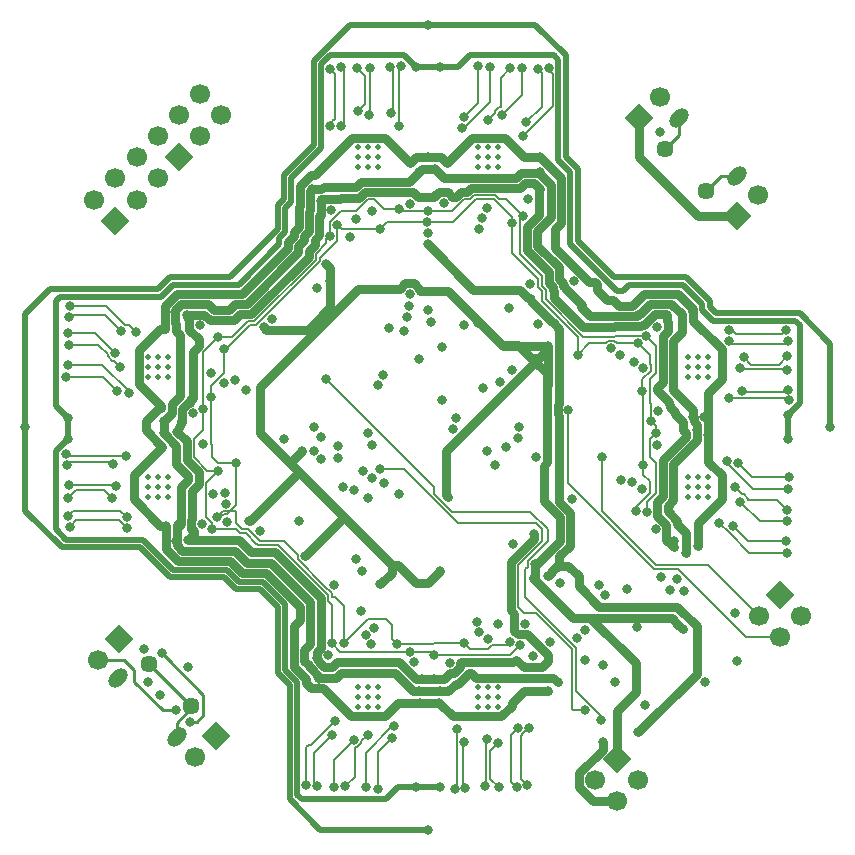
<source format=gbr>
G04 #@! TF.GenerationSoftware,KiCad,Pcbnew,5.99.0-unknown-243631a095~131~ubuntu18.04.1*
G04 #@! TF.CreationDate,2021-09-04T20:13:21+03:00*
G04 #@! TF.ProjectId,FreeEEG128-alpha,46726565-4545-4473-9132-382d616c7068,rev?*
G04 #@! TF.SameCoordinates,Original*
G04 #@! TF.FileFunction,Copper,L2,Inr*
G04 #@! TF.FilePolarity,Positive*
%FSLAX46Y46*%
G04 Gerber Fmt 4.6, Leading zero omitted, Abs format (unit mm)*
G04 Created by KiCad (PCBNEW 5.99.0-unknown-243631a095~131~ubuntu18.04.1) date 2021-09-04 20:13:21*
%MOMM*%
%LPD*%
G01*
G04 APERTURE LIST*
G04 Aperture macros list*
%AMHorizOval*
0 Thick line with rounded ends*
0 $1 width*
0 $2 $3 position (X,Y) of the first rounded end (center of the circle)*
0 $4 $5 position (X,Y) of the second rounded end (center of the circle)*
0 Add line between two ends*
20,1,$1,$2,$3,$4,$5,0*
0 Add two circle primitives to create the rounded ends*
1,1,$1,$2,$3*
1,1,$1,$4,$5*%
%AMRotRect*
0 Rectangle, with rotation*
0 The origin of the aperture is its center*
0 $1 length*
0 $2 width*
0 $3 Rotation angle, in degrees counterclockwise*
0 Add horizontal line*
21,1,$1,$2,0,0,$3*%
G04 Aperture macros list end*
G04 #@! TA.AperFunction,ComponentPad*
%ADD10RotRect,1.700000X1.700000X45.000000*%
G04 #@! TD*
G04 #@! TA.AperFunction,ComponentPad*
%ADD11HorizOval,1.700000X0.000000X0.000000X0.000000X0.000000X0*%
G04 #@! TD*
G04 #@! TA.AperFunction,ComponentPad*
%ADD12C,1.450000*%
G04 #@! TD*
G04 #@! TA.AperFunction,ComponentPad*
%ADD13HorizOval,1.200000X-0.247487X-0.247487X0.247487X0.247487X0*%
G04 #@! TD*
G04 #@! TA.AperFunction,ComponentPad*
%ADD14HorizOval,1.200000X0.247487X0.247487X-0.247487X-0.247487X0*%
G04 #@! TD*
G04 #@! TA.AperFunction,ComponentPad*
%ADD15RotRect,1.700000X1.700000X225.000000*%
G04 #@! TD*
G04 #@! TA.AperFunction,ComponentPad*
%ADD16HorizOval,1.700000X0.000000X0.000000X0.000000X0.000000X0*%
G04 #@! TD*
G04 #@! TA.AperFunction,ComponentPad*
%ADD17RotRect,1.700000X1.700000X315.000000*%
G04 #@! TD*
G04 #@! TA.AperFunction,ComponentPad*
%ADD18HorizOval,1.700000X0.000000X0.000000X0.000000X0.000000X0*%
G04 #@! TD*
G04 #@! TA.AperFunction,ComponentPad*
%ADD19RotRect,1.700000X1.700000X135.000000*%
G04 #@! TD*
G04 #@! TA.AperFunction,ComponentPad*
%ADD20HorizOval,1.700000X0.000000X0.000000X0.000000X0.000000X0*%
G04 #@! TD*
G04 #@! TA.AperFunction,ComponentPad*
%ADD21C,0.500000*%
G04 #@! TD*
G04 #@! TA.AperFunction,ViaPad*
%ADD22C,0.800000*%
G04 #@! TD*
G04 #@! TA.AperFunction,Conductor*
%ADD23C,0.750000*%
G04 #@! TD*
G04 #@! TA.AperFunction,Conductor*
%ADD24C,0.250000*%
G04 #@! TD*
G04 #@! TA.AperFunction,Conductor*
%ADD25C,0.200000*%
G04 #@! TD*
G04 #@! TA.AperFunction,Conductor*
%ADD26C,0.500000*%
G04 #@! TD*
G04 APERTURE END LIST*
D10*
X17888949Y26143949D03*
D11*
X19685000Y27940000D03*
D12*
X23593623Y20039345D03*
D13*
X26209918Y21241427D03*
D12*
X20058089Y23574879D03*
D14*
X21260171Y26191174D03*
D10*
X26143949Y17888949D03*
D11*
X27940000Y19685000D03*
D15*
X-17888949Y-26143949D03*
D16*
X-19685000Y-27940000D03*
D15*
X-26143949Y-17888949D03*
D16*
X-27940000Y-19685000D03*
D17*
X15983949Y-28048949D03*
D18*
X17780000Y-29845000D03*
X14187898Y-29845000D03*
X15983949Y-31641051D03*
D19*
X-21063949Y22860000D03*
D20*
X-22860000Y24656051D03*
X-19267898Y24656051D03*
X-21063949Y26452102D03*
X-17471847Y26452102D03*
X-19267898Y28248154D03*
D17*
X29845000Y-14187898D03*
D18*
X31641051Y-15983949D03*
X28048949Y-15983949D03*
X29845000Y-17780000D03*
D19*
X-26452102Y17471846D03*
D20*
X-28248153Y19267897D03*
X-24656051Y19267897D03*
X-26452102Y21063948D03*
X-22860000Y21063948D03*
X-24656051Y22860000D03*
D21*
X22860000Y5080000D03*
X22010000Y5930000D03*
X22010000Y4230000D03*
X22860000Y5930000D03*
X22010000Y5080000D03*
X23710000Y4230000D03*
X23710000Y5080000D03*
X22860000Y4230000D03*
X23710000Y5930000D03*
X-5080000Y22010000D03*
X-5930000Y23710000D03*
X-5930000Y22860000D03*
X-5080000Y22860000D03*
X-4230000Y23710000D03*
X-5930000Y22010000D03*
X-4230000Y22010000D03*
X-5080000Y23710000D03*
X-4230000Y22860000D03*
X23710000Y-5080000D03*
X22010000Y-5930000D03*
X22860000Y-4230000D03*
X23710000Y-4230000D03*
X22860000Y-5930000D03*
X23710000Y-5930000D03*
X22010000Y-4230000D03*
X22010000Y-5080000D03*
X22860000Y-5080000D03*
X-23710000Y-4230000D03*
X-22010000Y-4230000D03*
X-22860000Y-4230000D03*
X-22860000Y-5930000D03*
X-22860000Y-5080000D03*
X-23710000Y-5080000D03*
X-23710000Y-5930000D03*
X-22010000Y-5930000D03*
X-22010000Y-5080000D03*
X-5930000Y-22010000D03*
X-5080000Y-22860000D03*
X-4230000Y-23710000D03*
X-4230000Y-22010000D03*
X-5930000Y-22860000D03*
X-4230000Y-22860000D03*
X-5930000Y-23710000D03*
X-5080000Y-22010000D03*
X-5080000Y-23710000D03*
X-22860000Y5930000D03*
X-22860000Y5080000D03*
X-22860000Y4230000D03*
X-22010000Y5080000D03*
X-23710000Y5080000D03*
X-22010000Y5930000D03*
X-23710000Y5930000D03*
X-22010000Y4230000D03*
X-23710000Y4230000D03*
X5080000Y22860000D03*
X5930000Y22860000D03*
X4230000Y22860000D03*
X5930000Y23710000D03*
X5080000Y23710000D03*
X4230000Y22010000D03*
X4230000Y23710000D03*
X5930000Y22010000D03*
X5080000Y22010000D03*
X4230000Y-22860000D03*
X5080000Y-23710000D03*
X5930000Y-23710000D03*
X5930000Y-22860000D03*
X5930000Y-22010000D03*
X4230000Y-22010000D03*
X4230000Y-23710000D03*
X5080000Y-22010000D03*
X5080000Y-22860000D03*
D12*
X-23593623Y-20058089D03*
D13*
X-21260171Y-26209918D03*
D12*
X-20058089Y-23593623D03*
D14*
X-26209918Y-21260171D03*
D21*
X-5080000Y-22010000D03*
X-5930000Y-22010000D03*
X-5930000Y-22860000D03*
X-4230000Y-22860000D03*
X-5080000Y-23710000D03*
X-4230000Y-22010000D03*
X-4230000Y-23710000D03*
X-5930000Y-23710000D03*
X-5080000Y-22860000D03*
X-23710000Y4230000D03*
X-22860000Y5080000D03*
X-22010000Y5930000D03*
X-23710000Y5080000D03*
X-22860000Y5930000D03*
X-23710000Y5930000D03*
X-22010000Y5080000D03*
X-22860000Y4230000D03*
X-22010000Y4230000D03*
X-5080000Y22010000D03*
X-5080000Y23710000D03*
X-4230000Y22860000D03*
X-4230000Y23710000D03*
X-5080000Y22860000D03*
X-5930000Y22860000D03*
X-5930000Y22010000D03*
X-4230000Y22010000D03*
X-5930000Y23710000D03*
X23710000Y5930000D03*
X23710000Y4230000D03*
X22860000Y4230000D03*
X22860000Y5930000D03*
X23710000Y5080000D03*
X22860000Y5080000D03*
X22010000Y5080000D03*
X22010000Y5930000D03*
X22010000Y4230000D03*
X-23710000Y-5930000D03*
X-22010000Y-4230000D03*
X-22010000Y-5080000D03*
X-22860000Y-4230000D03*
X-22860000Y-5930000D03*
X-23710000Y-4230000D03*
X-22860000Y-5080000D03*
X-22010000Y-5930000D03*
X-23710000Y-5080000D03*
X5930000Y22860000D03*
X4230000Y22860000D03*
X5080000Y22010000D03*
X5080000Y23710000D03*
X5930000Y23710000D03*
X5080000Y22860000D03*
X4230000Y22010000D03*
X5930000Y22010000D03*
X4230000Y23710000D03*
X5930000Y-22860000D03*
X4230000Y-22010000D03*
X5930000Y-22010000D03*
X5080000Y-22010000D03*
X4230000Y-23710000D03*
X5930000Y-23710000D03*
X5080000Y-23710000D03*
X5080000Y-22860000D03*
X4230000Y-22860000D03*
X22010000Y-5930000D03*
X22010000Y-5080000D03*
X23710000Y-5930000D03*
X23710000Y-5080000D03*
X22010000Y-4230000D03*
X22860000Y-4230000D03*
X23710000Y-4230000D03*
X22860000Y-5930000D03*
X22860000Y-5080000D03*
D22*
X13028525Y10135511D03*
X21844000Y-10668000D03*
X11023600Y-21590000D03*
X-9839506Y-20464762D03*
X-22352000Y-508000D03*
X-9799020Y20135917D03*
X-704129Y21597243D03*
X-21292032Y-9624000D03*
X-21379201Y9781457D03*
X1016000Y-22352000D03*
X-22352374Y495723D03*
X626508Y21844000D03*
X22835010Y-233926D03*
X9461399Y21569456D03*
X21538616Y9620857D03*
X-737022Y-22352000D03*
X22466499Y881415D03*
X9025500Y-9078127D03*
X9509787Y20177787D03*
X-508000Y-21336000D03*
X-20828000Y508000D03*
X508000Y-21336000D03*
X-20417715Y9515513D03*
X-21206543Y-378543D03*
X21589988Y483010D03*
X20235484Y9543967D03*
X21844000Y-508000D03*
X-20304594Y-9543967D03*
X-9035967Y19163139D03*
X679861Y19640139D03*
X-812115Y19507481D03*
X20828000Y-9652000D03*
X-9368980Y-19569924D03*
X10160000Y-19812000D03*
X-6096000Y-11176000D03*
X-5588000Y-12192000D03*
X9708626Y9725368D03*
X10160000Y-12573000D03*
X17831900Y-25810098D03*
X-6276Y15504893D03*
X14799029Y-26608627D03*
X-20312380Y-20286980D03*
X-22638184Y-22693871D03*
X-21331501Y-23959753D03*
X15875000Y-21601770D03*
X6913016Y10100070D03*
X2394132Y778247D03*
X-14193869Y-8785125D03*
X-5080000Y-508000D03*
X2162303Y-118783D03*
X8696664Y12116845D03*
X-4690500Y-1524000D03*
X-10908613Y-7938372D03*
X26153812Y-19752918D03*
X-4064000Y-3556000D03*
X13288011Y-23978087D03*
X10333488Y-18202574D03*
X13335000Y-19685000D03*
X13335000Y-17145000D03*
X12627892Y-17870000D03*
X9081011Y-11619003D03*
X21618291Y-17116709D03*
X17604054Y-22400946D03*
X-13861135Y8468473D03*
X-10401109Y-10909108D03*
X-8255000Y12374880D03*
X10668000Y-7112000D03*
X-7855001Y9760001D03*
X17734003Y-16911597D03*
X-10668000Y-2032000D03*
X1689881Y-5930119D03*
X-4004544Y-13304069D03*
X4258811Y8850732D03*
X10151640Y6895553D03*
X-15160872Y-7909404D03*
X1016000Y-12192000D03*
X-8588621Y13786410D03*
X14808200Y-20091400D03*
X-4175070Y3597751D03*
X1179751Y6794508D03*
X-699500Y5779500D03*
X19685000Y25020960D03*
X-3819965Y4453500D03*
X-1016000Y-30480000D03*
X-1016000Y30480000D03*
X30480000Y-1016000D03*
X-30492689Y789487D03*
X1016000Y30480000D03*
X-30480000Y-1016000D03*
X30480000Y1016000D03*
X1016000Y-30480000D03*
X16891000Y-13695998D03*
X19705990Y-12637011D03*
X14999627Y-14210373D03*
X21082000Y-12827000D03*
X14732000Y-2540000D03*
X11890965Y1482405D03*
X4713500Y3290713D03*
X21663511Y-13896489D03*
X20515858Y-13774142D03*
X6093543Y3812457D03*
X14478000Y-13335000D03*
X7120105Y4839019D03*
X14664982Y-24795019D03*
X26035000Y-15748000D03*
X-8636000Y4064000D03*
X-5445679Y-3674500D03*
X8028969Y17879030D03*
X-2473010Y18438434D03*
X508000Y-19304000D03*
X-17780000Y-3674500D03*
X19304000Y-508000D03*
X18534068Y-7156279D03*
X-1524000Y-19012307D03*
X-19012307Y1524000D03*
X-8277967Y16234130D03*
X18868690Y508000D03*
X0Y18288000D03*
X-18288000Y-8636000D03*
X7832110Y-18474624D03*
X-17780000Y7620000D03*
X18451768Y7740589D03*
X-8128000Y-18288000D03*
X12196839Y-6091008D03*
X-34091449Y11486D03*
X34091449Y-11486D03*
X11486Y34091449D03*
X-11486Y-34091449D03*
X30516996Y7342274D03*
X25516087Y7322906D03*
X26799473Y5910767D03*
X30454600Y5994400D03*
X30586851Y2269001D03*
X25527000Y2463800D03*
X30607000Y-4216400D03*
X26297546Y-3040052D03*
X30429200Y-7950200D03*
X26476897Y-6314134D03*
X24690297Y-8101103D03*
X30403800Y-10617200D03*
X25831800Y-8356600D03*
X30326343Y-9657569D03*
X26028847Y-5092444D03*
X30403800Y-6985000D03*
X30480000Y-5257800D03*
X25333644Y-2860626D03*
X30529641Y3193735D03*
X26642775Y3090300D03*
X30403800Y4876800D03*
X26416000Y4996323D03*
X30326538Y8248989D03*
X25488192Y8248989D03*
X7619942Y-25490868D03*
X7518400Y-30480000D03*
X5994400Y-30454600D03*
X5985891Y-26724349D03*
X2463800Y-25527000D03*
X2269001Y-30586851D03*
X-3040052Y-26297546D03*
X-4216400Y-30607000D03*
X-7950200Y-30429200D03*
X-6243537Y-26466610D03*
X-7894063Y-24897337D03*
X-10280989Y-30301419D03*
X-9355187Y-30337428D03*
X-8149560Y-26038840D03*
X-5092444Y-26028847D03*
X-6985000Y-30403800D03*
X-5257800Y-30480000D03*
X-2860626Y-25333644D03*
X3090300Y-26642775D03*
X3193735Y-30529641D03*
X4996323Y-26416000D03*
X4876800Y-30403800D03*
X8546273Y-25473080D03*
X8432800Y-30302200D03*
X-30480000Y-7518400D03*
X-25490868Y-7619942D03*
X-30454600Y-5994400D03*
X-26724349Y-5985891D03*
X-25527000Y-2463800D03*
X-30586851Y-2269001D03*
X-30607000Y4216400D03*
X-26297546Y3040052D03*
X-30429200Y7950200D03*
X-26474381Y6261238D03*
X-30275705Y10280989D03*
X-24690297Y8101103D03*
X-30340708Y9356769D03*
X-25974570Y8167261D03*
X-30403800Y6985000D03*
X-26028847Y5092444D03*
X-25333644Y2860626D03*
X-30480000Y5257800D03*
X-30529641Y-3193735D03*
X-26642775Y-3090300D03*
X-26416000Y-4996323D03*
X-30403800Y-4876800D03*
X-25473080Y-8546273D03*
X-30302200Y-8432800D03*
X-7342990Y30517309D03*
X-7322495Y25492105D03*
X-5922553Y26787687D03*
X-5994400Y30454600D03*
X-2463800Y25527000D03*
X-2269001Y30586851D03*
X-2452984Y-5683986D03*
X5977291Y-16628709D03*
X-7651467Y17129679D03*
X7112000Y17272000D03*
X12689832Y6143640D03*
X-4064000Y16764000D03*
X-16256000Y-3048000D03*
X17608756Y-7109323D03*
X-17801948Y-7609495D03*
X17775251Y7107556D03*
X3048000Y-18288000D03*
X-32711Y17362075D03*
X-18385807Y2574318D03*
X18169500Y3048000D03*
X-7112000Y-18288000D03*
X-2574318Y-18385807D03*
X-17272000Y6604000D03*
X18242190Y-3224763D03*
X6921504Y-18199163D03*
X15540907Y6698114D03*
X-7591374Y-2602989D03*
X-3253266Y8430734D03*
X-2032000Y8128000D03*
X4300868Y16800560D03*
X-6593338Y16137500D03*
X-1579512Y10249247D03*
X5018610Y18534661D03*
X58618Y9921553D03*
X-4757606Y18267638D03*
X9144000Y-2540000D03*
X-1541540Y11262208D03*
X3040052Y26297546D03*
X4216400Y30607000D03*
X6314134Y26476897D03*
X7950200Y30429200D03*
X8101103Y24690297D03*
X10280989Y30403800D03*
X9361556Y30289565D03*
X8356600Y25831800D03*
X5092444Y26028847D03*
X6985000Y30403800D03*
X5257800Y30480000D03*
X2860626Y25333644D03*
X-3090300Y26642775D03*
X-3193735Y30529641D03*
X-4996323Y26416000D03*
X-4876800Y30403800D03*
X-8248989Y30323472D03*
X-8248989Y25488191D03*
X-20134580Y-24960580D03*
X-22506973Y-19136720D03*
X-24056340Y-18811240D03*
X1642500Y22352000D03*
X-22481457Y-1653457D03*
X22860000Y-10041500D03*
X0Y22860000D03*
X-22204509Y8358153D03*
X10160000Y-22352000D03*
X-664989Y-23368000D03*
X-22193532Y-8354045D03*
X23413202Y876081D03*
X22493928Y9721379D03*
X-9533500Y21336000D03*
X-1524000Y22352000D03*
X9533500Y22860000D03*
X23751357Y-626500D03*
X-9213006Y-22098379D03*
X968643Y-23320643D03*
X-22585566Y1628107D03*
X308957Y8899522D03*
X-1727955Y9318051D03*
X-6080578Y17628022D03*
X4600442Y17677294D03*
X-5619878Y-15518618D03*
X-5021897Y-6027103D03*
X-3736139Y-4741344D03*
X-4510028Y-16974408D03*
X5080436Y-17965622D03*
X-6235655Y-5294413D03*
X4369587Y-17371399D03*
X-4750980Y-4309500D03*
X-5225882Y-17562591D03*
X-7136455Y-5077699D03*
X4155130Y-16470059D03*
X-4800766Y-18385807D03*
X-15351046Y3144360D03*
X-16296377Y3971042D03*
X-17042092Y-6470032D03*
X-7557011Y-1593997D03*
X-9652000Y0D03*
X-9652000Y-2032000D03*
X-18169500Y-5665263D03*
X-18385807Y4556706D03*
X-23721882Y-21556174D03*
X9296263Y8763451D03*
X11201400Y-13208000D03*
X8217356Y-16630000D03*
X23495000Y-21590000D03*
X1334997Y18985003D03*
X-8407657Y-19324743D03*
X1845394Y-19930500D03*
X-19001660Y-1448335D03*
X-1524000Y18914500D03*
X-7969795Y-13343814D03*
X19304000Y-8636000D03*
X8929270Y-19361838D03*
X12370971Y12345297D03*
X7257256Y-9921164D03*
X19426428Y8513569D03*
X-13205999Y9123609D03*
X-12192000Y-1016000D03*
X-16966244Y-8009500D03*
X3048000Y8636000D03*
X-19906054Y1189306D03*
X1207500Y2293260D03*
X-19110424Y-8209357D03*
X-8159456Y18400966D03*
X-1191798Y-19877206D03*
X-19304000Y8636000D03*
X19422500Y-1524000D03*
X12145Y16431213D03*
X-9398000Y11811000D03*
X8521478Y19325718D03*
X18415000Y-23495000D03*
X19495190Y1389450D03*
X-17250871Y3707123D03*
X-17170735Y-5552504D03*
X-9076903Y-824896D03*
X-9008500Y-2722388D03*
X16387806Y-4485337D03*
X16256000Y6096000D03*
X7732702Y22353D03*
X7621892Y-897500D03*
X17450401Y5528044D03*
X5712006Y-3175000D03*
X17307205Y-4633011D03*
X6667004Y-1714004D03*
X18169500Y-5198902D03*
X4998035Y-2032000D03*
X18246670Y5054379D03*
D23*
X17816370Y9547978D02*
X17697858Y9429467D01*
X9283489Y16619063D02*
X9283489Y15384937D01*
X13028525Y10329645D02*
X13028525Y10135511D01*
X2581871Y-21708512D02*
X2391061Y-21708512D01*
X-10445467Y-19764162D02*
X-10055978Y-20153652D01*
X20312080Y-7129590D02*
X21082012Y-7899523D01*
X-9257979Y-21196511D02*
X-9282968Y-21171521D01*
X2391061Y-21708512D02*
X1747573Y-22352000D01*
X-20780161Y-10445467D02*
X-16338142Y-10445468D01*
X-22352000Y-508000D02*
X-21290022Y-1569978D01*
X-10055978Y16597651D02*
X-10445467Y16208163D01*
X22466499Y1467740D02*
X20782022Y3152217D01*
X1016000Y-22352000D02*
X-737022Y-22352000D01*
X-1239574Y-22352000D02*
X-2809552Y-20782022D01*
X-20855413Y10417013D02*
X-21379201Y9893225D01*
X7909875Y21565022D02*
X9397468Y21565022D01*
X-19314376Y10414034D02*
X-19957343Y10414034D01*
X-21235489Y-8535489D02*
X-21235489Y-8251063D01*
X-9637519Y20178977D02*
X-9680578Y20135917D01*
X-8797595Y20381978D02*
X-9000596Y20178977D01*
X-22352374Y-507626D02*
X-22352000Y-508000D01*
X22511701Y836213D02*
X22511701Y502666D01*
X-20888436Y-8188436D02*
X-21235489Y-8535489D01*
X10630111Y-21196511D02*
X4074705Y-21196511D01*
X-16840163Y9943445D02*
X-18096955Y9943445D01*
X-13290142Y-11461467D02*
X-9937467Y-14814142D01*
X-10055978Y-20248290D02*
X-9839506Y-20464762D01*
X-22352374Y495723D02*
X-22352374Y-507626D01*
X7453386Y21108533D02*
X7909875Y21565022D01*
X22511701Y502666D02*
X22835010Y179357D01*
X17697858Y9429467D02*
X13734569Y9429467D01*
X-18567523Y10414012D02*
X-19314354Y10414012D01*
X21082012Y-7899523D02*
X21082012Y-8158438D01*
X-21684066Y1175934D02*
X-21684066Y1925784D01*
X-16338141Y10445467D02*
X-16840163Y9943445D01*
X22835010Y179357D02*
X22835010Y-233926D01*
X-16338142Y-10445468D02*
X-15327075Y-11456533D01*
X626508Y21844000D02*
X-508000Y21844000D01*
X-9282968Y-21021300D02*
X-9839506Y-20464762D01*
X-2809552Y-20782022D02*
X-7350448Y-20782022D01*
X-22352374Y507626D02*
X-21684066Y1175934D01*
X11469470Y12250853D02*
X11469470Y11971882D01*
X1747573Y-22352000D02*
X1016000Y-22352000D01*
X21490959Y8044435D02*
X21490959Y9590623D01*
X-1569978Y20782022D02*
X-5692217Y20782022D01*
X-15327075Y-11456533D02*
X-13673097Y-11456533D01*
X-15322141Y10445468D02*
X-16338141Y10445467D01*
X-10953467Y14814142D02*
X-15322141Y10445468D01*
X-21235489Y-8535489D02*
X-21235489Y-9990139D01*
X22466499Y881415D02*
X22466499Y1467740D01*
X-19314354Y10414012D02*
X-19314376Y10414034D01*
X-7775514Y-21206021D02*
X-8830448Y-21206021D01*
X-9937467Y-14814142D02*
X-9937467Y-18338997D01*
X22835010Y-1099228D02*
X20782022Y-3152216D01*
X1361975Y21108533D02*
X7453386Y21108533D01*
X3508362Y-20782022D02*
X2581871Y-21708512D01*
X-9680578Y20135917D02*
X-9799020Y20135917D01*
X-10445467Y16208163D02*
X-10445468Y15830143D01*
X10445467Y20517023D02*
X10445467Y17781041D01*
X17946349Y9547978D02*
X17816370Y9547978D01*
X-8830448Y-21206021D02*
X-8839591Y-21196878D01*
X-7350448Y-20782022D02*
X-7764938Y-21196511D01*
X21490959Y9590623D02*
X20636115Y10445467D01*
X-21361344Y9268203D02*
X-21386334Y9293193D01*
X-20967490Y7785000D02*
X-21303008Y8120518D01*
X-8875301Y-21196511D02*
X-9257979Y-21196511D01*
X-21379201Y9893225D02*
X-21379201Y9781457D01*
X20782022Y-3152216D02*
X20782022Y-6200218D01*
X626508Y21844000D02*
X1361975Y21108533D01*
X-21290021Y-3152220D02*
X-20274022Y-4168218D01*
X-9000596Y20178977D02*
X-9637519Y20178977D01*
X-18096955Y9943445D02*
X-18567523Y10414012D01*
X9397468Y21565022D02*
X10445467Y20517023D01*
X4074705Y-21196511D02*
X3660216Y-20782022D01*
X11579957Y11778213D02*
X13028525Y10329645D01*
X-21386334Y9293193D02*
X-21386334Y9774324D01*
X-10055978Y-20153652D02*
X-10055978Y-20248290D01*
X11579957Y11861395D02*
X11579957Y11778213D01*
X20782022Y3152217D02*
X20782022Y7335498D01*
X-21303008Y8731568D02*
X-21361344Y8789904D01*
X11127697Y13540729D02*
X11127697Y12592626D01*
X-9937467Y-18338997D02*
X-10445467Y-18846997D01*
X-20274022Y-4168218D02*
X-20274022Y-4467782D01*
X22466499Y881415D02*
X22511701Y836213D01*
X-10445468Y15830143D02*
X-10953467Y15322143D01*
X21082012Y-8158438D02*
X21844000Y-8920426D01*
X11469470Y11971882D02*
X11579957Y11861395D01*
X-20888436Y-5082196D02*
X-20888436Y-8188436D01*
X-21290022Y-1569978D02*
X-21290021Y-3152220D01*
X-21361344Y8789904D02*
X-21361344Y9268203D01*
X20312080Y-6670159D02*
X20312080Y-7129590D01*
X-8839591Y-21196878D02*
X-8874934Y-21196878D01*
X-10953467Y15322143D02*
X-10953467Y14814142D01*
X-9937467Y18370143D02*
X-10055978Y18251633D01*
X20636115Y10445467D02*
X18843840Y10445468D01*
X9283489Y15384937D02*
X11127697Y13540729D01*
X20782022Y7335498D02*
X21490959Y8044435D01*
X-9282968Y-21171521D02*
X-9282968Y-21021300D01*
X10445467Y17781041D02*
X9283489Y16619063D01*
X-10445467Y-18846997D02*
X-10445467Y-19764162D01*
X-7766003Y-21196511D02*
X-7775514Y-21206021D01*
X-21235489Y-8251063D02*
X-20967489Y-7983063D01*
X-5692217Y20782022D02*
X-6092260Y20381978D01*
X-9799020Y20135917D02*
X-9937467Y19997470D01*
X-19960322Y10417013D02*
X-20855413Y10417013D01*
X-8874934Y-21196878D02*
X-8875301Y-21196511D01*
X-20274022Y-4467782D02*
X-20888436Y-5082196D01*
X11023600Y-21590000D02*
X10630111Y-21196511D01*
X20782022Y-6200218D02*
X20312080Y-6670159D01*
X-9937467Y19997470D02*
X-9937467Y18370143D01*
X-20967490Y2642360D02*
X-20967490Y7785000D01*
X-21684066Y1925784D02*
X-20967490Y2642360D01*
X22835010Y-233926D02*
X22835010Y-1099228D01*
X21844000Y-8920426D02*
X21844000Y-10668000D01*
X-21303008Y8120518D02*
X-21303008Y8731568D01*
X-7764938Y-21196511D02*
X-7766003Y-21196511D01*
X-22352374Y495723D02*
X-22352374Y507626D01*
X-10055978Y18251633D02*
X-10055978Y16597651D01*
X-21235489Y-9990139D02*
X-20780161Y-10445467D01*
X18843840Y10445468D02*
X17946349Y9547978D01*
X13734569Y9429467D02*
X13028525Y10135511D01*
X-6092260Y20381978D02*
X-8797595Y20381978D01*
X-508000Y21844000D02*
X-1569978Y20782022D01*
X-737022Y-22352000D02*
X-1239574Y-22352000D01*
X3660216Y-20782022D02*
X3508362Y-20782022D01*
X-19957343Y10414034D02*
X-19960322Y10417013D01*
X-13673097Y-11456533D02*
X-13668163Y-11461467D01*
X-13668163Y-11461467D02*
X-13290142Y-11461467D01*
X11127697Y12592626D02*
X11469470Y12250853D01*
X-21386334Y9774324D02*
X-21379201Y9781457D01*
X7018489Y-15489154D02*
X7018489Y-11434845D01*
X20921511Y1265154D02*
X20493140Y1693526D01*
X-13305101Y-10584956D02*
X-13310035Y-10580022D01*
X1865225Y-20832001D02*
X2218809Y-20832001D01*
X-8938005Y-20091347D02*
X-9179467Y-19849885D01*
X7482700Y-19674700D02*
X8128000Y-20320000D01*
X8406978Y15021874D02*
X10251186Y13177666D01*
X-19972667Y-5406001D02*
X-19972667Y-7796684D01*
X-9368980Y-19569924D02*
X-9368980Y-19010084D01*
X-5837155Y19397511D02*
X-5329154Y19905511D01*
X-9060956Y-18702059D02*
X-9060957Y-14451078D01*
X19640374Y-7734499D02*
X19677415Y-7734499D01*
X9652000Y-20320000D02*
X10160000Y-19812000D01*
X-19685210Y9529673D02*
X-19677383Y9537501D01*
X20235484Y8979430D02*
X20235484Y9543967D01*
X-20011925Y-8582772D02*
X-19812001Y-8782696D01*
X-9368980Y-19010084D02*
X-9060956Y-18702059D01*
X20493140Y1693526D02*
X20493140Y1854063D01*
X10703446Y10975220D02*
X13170490Y8508176D01*
X-20205501Y8262585D02*
X-20205501Y9090354D01*
X19905511Y7717737D02*
X20327929Y8140155D01*
X-1016000Y-21336000D02*
X-2446490Y-19905511D01*
X-12927080Y-10584956D02*
X-13305101Y-10584956D01*
X-9568958Y15467079D02*
X-9568957Y15845098D01*
X9025500Y-9427835D02*
X9025500Y-9078127D01*
X-20011925Y-7835942D02*
X-20011925Y-8582772D01*
X-9060956Y18007081D02*
X-9060956Y19302466D01*
X-8744695Y-20320000D02*
X-8938005Y-20126690D01*
X-19397511Y6853155D02*
X-19397511Y7454595D01*
X7251889Y-19905511D02*
X7482700Y-19674700D01*
X547203Y19507481D02*
X-812115Y19507481D01*
X-20279469Y2090807D02*
X-20090978Y2090807D01*
X-19905511Y6345155D02*
X-19397511Y6853155D01*
X8999063Y20688511D02*
X8272937Y20688511D01*
X8272937Y20688511D02*
X7816448Y20232022D01*
X715217Y19640139D02*
X679861Y19640139D01*
X10160000Y-19304000D02*
X8387500Y-17531500D01*
X-18930585Y9537501D02*
X-18460017Y9066934D01*
X-9368980Y-19601076D02*
X-9368980Y-19569924D01*
X10592959Y11887791D02*
X10592959Y11608819D01*
X18309412Y8671468D02*
X19206902Y9568957D01*
X-508000Y-21336000D02*
X508000Y-21336000D01*
X-20090978Y2321874D02*
X-19905511Y2507342D01*
X-20284537Y-9564024D02*
X-20304594Y-9543967D01*
X19905511Y-5837155D02*
X19435569Y-6307097D01*
X10592959Y11608819D02*
X10703446Y11498333D01*
X10251186Y12229563D02*
X10592959Y11887791D01*
X20327929Y8140155D02*
X20327929Y8886985D01*
X-9060956Y19302466D02*
X-7456199Y19302466D01*
X-9179468Y17888569D02*
X-9060956Y18007081D01*
X-19905511Y2507342D02*
X-19905511Y6345155D01*
X19905511Y-2789154D02*
X19905511Y-5837155D01*
X-20205501Y9090354D02*
X-20417715Y9302568D01*
X9509787Y20177787D02*
X8999063Y20688511D01*
X7630416Y-17531500D02*
X7315855Y-17216939D01*
X8387500Y-17531500D02*
X7630416Y-17531500D01*
X7816448Y20232022D02*
X3679600Y20232022D01*
X-19812001Y-8782696D02*
X-19812001Y-9051374D01*
X-20413511Y-1171575D02*
X-20413511Y-2789155D01*
X20327929Y8886985D02*
X20235484Y8979430D01*
X21844000Y-850665D02*
X19905511Y-2789154D01*
X-14959078Y9568957D02*
X-10076956Y14451080D01*
X19435569Y-6307097D02*
X19435569Y-7529694D01*
X-16127461Y-9568957D02*
X-16132394Y-9564024D01*
X3679600Y20232022D02*
X3353089Y19905511D01*
X21844000Y-482489D02*
X21844000Y-508000D01*
X-16132394Y-9564024D02*
X-20284537Y-9564024D01*
X-20828000Y508000D02*
X-21206543Y-378543D01*
X508000Y-21336000D02*
X1361226Y-21336000D01*
X21589988Y483010D02*
X20921511Y1151487D01*
X19905511Y3814845D02*
X19905511Y7717737D01*
X21589988Y483010D02*
X21589988Y-228478D01*
X-10076956Y14451080D02*
X-10076956Y14959083D01*
X19397511Y3306845D02*
X19905511Y3814845D01*
X-20807555Y1562721D02*
X-20279469Y2090807D01*
X-9568957Y15845098D02*
X-9179467Y16234589D01*
X961582Y19886504D02*
X715217Y19640139D01*
X9422978Y20030124D02*
X9422978Y17998125D01*
X21844000Y-508000D02*
X21844000Y-850665D01*
X20413511Y1933693D02*
X20413511Y2125511D01*
X-20090978Y2090807D02*
X-20090978Y2321874D01*
X-9179467Y-19790590D02*
X-9368980Y-19601076D01*
X2218809Y-20832001D02*
X2746895Y-20303915D01*
X-9060957Y-14451078D02*
X-12927080Y-10584956D01*
X-19972667Y-7796684D02*
X-20011925Y-7835942D01*
X-15891896Y9568957D02*
X-14959078Y9568957D01*
X-18460017Y9066934D02*
X-16393919Y9066934D01*
X-1240095Y19905511D02*
X-842065Y19507481D01*
X10160000Y-19812000D02*
X10160000Y-19304000D01*
X-21206543Y-378543D02*
X-20413511Y-1171575D01*
X7018489Y-11434845D02*
X9025500Y-9427835D01*
X-20828000Y508000D02*
X-20788375Y796711D01*
X2746895Y-19950331D02*
X2791715Y-19905511D01*
X-20413511Y-2789155D02*
X-19397511Y-3805155D01*
X-8128367Y-20320367D02*
X-8511871Y-20320367D01*
X-9179467Y-19849885D02*
X-9179467Y-19790590D01*
X15830290Y8552956D02*
X18060920Y8552956D01*
X7315855Y-15786520D02*
X7018489Y-15489154D01*
X19206902Y9568957D02*
X20210495Y9568956D01*
X-7713511Y-19905511D02*
X-8128367Y-20320367D01*
X9422978Y17998125D02*
X8406978Y16982125D01*
X-19397511Y-3805155D02*
X-19397511Y-4830845D01*
X-19812001Y-9051374D02*
X-20304594Y-9543967D01*
X19397511Y3141511D02*
X19397511Y3306845D01*
X19677415Y-7734499D02*
X20205501Y-8262585D01*
X-7361154Y19397511D02*
X-5837155Y19397511D01*
X15785510Y8508176D02*
X15830290Y8552956D01*
X-19707854Y9507062D02*
X-19685243Y9529673D01*
X-10076956Y14959083D02*
X-9568958Y15467079D01*
X20205501Y-8262585D02*
X20205501Y-9537501D01*
X-8511871Y-20320367D02*
X-8512239Y-20320000D01*
X9509787Y20177787D02*
X9540214Y20147360D01*
X-20417715Y9302568D02*
X-20417715Y9515513D01*
X3353089Y19905511D02*
X2798845Y19905511D01*
X-508000Y-21336000D02*
X-1016000Y-21336000D01*
X20205501Y-9537501D02*
X20828000Y-10160000D01*
X8406978Y16982125D02*
X8406978Y15021874D01*
X-5329154Y19905511D02*
X-1240095Y19905511D01*
X-2446490Y-19905511D02*
X-7713511Y-19905511D01*
X-14964015Y-10580022D02*
X-15975080Y-9568957D01*
X-20417715Y9515513D02*
X-20409264Y9507062D01*
X20921511Y1151487D02*
X20921511Y1265154D01*
X-9179467Y16234589D02*
X-9179468Y17888569D01*
X-19685243Y9529673D02*
X-19685210Y9529673D01*
X2398801Y19505467D02*
X2089449Y19505467D01*
X679861Y19640139D02*
X547203Y19507481D01*
X2798845Y19905511D02*
X2398801Y19505467D01*
X2791715Y-19905511D02*
X7251889Y-19905511D01*
X7315855Y-17216939D02*
X7315855Y-15786520D01*
X-19677383Y9537501D02*
X-18930585Y9537501D01*
X-8938005Y-20126690D02*
X-8938005Y-20091347D01*
X10251186Y13177666D02*
X10251186Y12229563D01*
X21589988Y-228478D02*
X21844000Y-482489D01*
X1708412Y19886504D02*
X961582Y19886504D01*
X20493140Y1854063D02*
X20413511Y1933693D01*
X-20788375Y796711D02*
X-20807555Y815891D01*
X-20807555Y815891D02*
X-20807555Y1562721D01*
X1361226Y-21336000D02*
X1865225Y-20832001D01*
X18179431Y8671468D02*
X18309412Y8671468D01*
X-19397511Y-4830845D02*
X-19972667Y-5406001D01*
X19435569Y-7529694D02*
X19640374Y-7734499D01*
X-15975080Y-9568957D02*
X-16127461Y-9568957D01*
X2089449Y19505467D02*
X1708412Y19886504D01*
X10703446Y11498333D02*
X10703446Y10975220D01*
X18060920Y8552956D02*
X18179431Y8671468D01*
X8128000Y-20320000D02*
X9652000Y-20320000D01*
X-16393919Y9066934D02*
X-15891896Y9568957D01*
X9540214Y20147360D02*
X9422978Y20030124D01*
X-7456199Y19302466D02*
X-7361154Y19397511D01*
X20210495Y9568956D02*
X20235484Y9543967D01*
X13170490Y8508176D02*
X15785510Y8508176D01*
X-13310035Y-10580022D02*
X-14964015Y-10580022D01*
X-20409264Y9507062D02*
X-19707854Y9507062D01*
X-19397511Y7454595D02*
X-20205501Y8262585D01*
X20413511Y2125511D02*
X19397511Y3141511D01*
X2746895Y-20303915D02*
X2746895Y-19950331D01*
X-842065Y19507481D02*
X-812115Y19507481D01*
X-8512239Y-20320000D02*
X-8744695Y-20320000D01*
X12772374Y-12599372D02*
X11898001Y-11724999D01*
X11898001Y-11724999D02*
X11008001Y-11724999D01*
X11008001Y-11724999D02*
X10559999Y-12173001D01*
X10160000Y-12573000D02*
X11126641Y-11606359D01*
X8655554Y10932872D02*
X8516840Y10932872D01*
X11126641Y971813D02*
X10989464Y1108990D01*
X11569501Y-6738585D02*
X11126641Y-6295725D01*
X15983949Y-31641051D02*
X14013451Y-31641051D01*
X9708626Y9725368D02*
X8780937Y10653057D01*
X12052511Y-10015062D02*
X12052511Y-7256937D01*
X11126641Y-6295725D02*
X11126641Y971813D01*
X12772374Y-12599372D02*
X12772374Y-13426122D01*
X14531626Y-15185374D02*
X15748000Y-15185374D01*
X12772374Y-13426122D02*
X14531626Y-15185374D01*
X10559999Y-12173001D02*
X10160000Y-12573000D01*
X8780937Y10653057D02*
X8780937Y10807489D01*
X20066000Y-15185374D02*
X15748000Y-15185374D01*
X7797488Y11652223D02*
X3846394Y11652223D01*
X11569501Y-6773927D02*
X11569501Y-6738585D01*
X21129958Y-15185374D02*
X22769999Y-16825415D01*
X20066000Y-15185374D02*
X21129958Y-15185374D01*
X10539149Y8894845D02*
X9708626Y9725368D01*
X22769999Y-20871999D02*
X17831900Y-25810098D01*
X11126641Y-10940933D02*
X12052511Y-10015062D01*
X8516840Y10932872D02*
X7797488Y11652223D01*
X22769999Y-16825415D02*
X22769999Y-20871999D01*
X10989464Y1108990D02*
X10989464Y1855820D01*
X11126641Y1992997D02*
X11126641Y8342693D01*
X12052511Y-7256937D02*
X11569501Y-6773927D01*
X10574489Y8894845D02*
X10539149Y8894845D01*
X11126641Y8342693D02*
X10574489Y8894845D01*
X14013451Y-31641051D02*
X12813387Y-30440987D01*
X10989464Y1855820D02*
X11126641Y1992997D01*
X3846394Y11652223D02*
X-6276Y15504893D01*
X14799029Y-27290005D02*
X14799029Y-26608627D01*
X12813387Y-29275647D02*
X14799029Y-27290005D01*
X11126641Y-11606359D02*
X11126641Y-10940933D01*
X8780937Y10807489D02*
X8655554Y10932872D01*
X12813387Y-30440987D02*
X12813387Y-29275647D01*
D24*
X-27940000Y-19685000D02*
X-25722580Y-19685000D01*
X-25722580Y-19685000D02*
X-24845537Y-20562043D01*
X-22445304Y-23959753D02*
X-24845537Y-21559520D01*
X-24845537Y-20562043D02*
X-24845537Y-21559520D01*
X-21331501Y-23959753D02*
X-22445304Y-23959753D01*
D25*
X9652000Y-9652000D02*
X7620000Y-11684000D01*
X-4064000Y-3556000D02*
X-2032000Y-3556000D01*
X8128000Y-15748000D02*
X9144000Y-15748000D01*
X2540000Y-8128000D02*
X9144000Y-8128000D01*
X9144000Y-8128000D02*
X9652000Y-8636000D01*
X7620000Y-15240000D02*
X8128000Y-15748000D01*
X12294087Y-23978087D02*
X13288011Y-23978087D01*
X7620000Y-11684000D02*
X7620000Y-15240000D01*
X12192000Y-18796000D02*
X12192000Y-23876000D01*
X9144000Y-15748000D02*
X12192000Y-18796000D01*
X-2032000Y-3556000D02*
X2540000Y-8128000D01*
X9652000Y-8636000D02*
X9652000Y-9652000D01*
X12192000Y-23876000D02*
X12294087Y-23978087D01*
D23*
X12313997Y-16169999D02*
X13803001Y-16169999D01*
X8890000Y-12746002D02*
X12313997Y-16169999D01*
X-11684000Y-3048000D02*
X-14224000Y-508000D01*
X-10147220Y8267780D02*
X-12786912Y8267780D01*
X9081011Y-12554991D02*
X9081011Y-11619003D01*
X-8255000Y10160000D02*
X-10147220Y8267780D01*
X-2540000Y-11684000D02*
X-1016000Y-13208000D01*
X7655769Y6985000D02*
X7043420Y6985000D01*
X10118501Y-2943653D02*
X9813492Y-3248662D01*
X-2381471Y11729720D02*
X-5885282Y11729720D01*
X12279381Y-16135383D02*
X13768385Y-16135383D01*
X12313997Y-16169999D02*
X17627600Y-16169999D01*
X10118501Y3514501D02*
X10118501Y4522268D01*
X8890000Y-12746002D02*
X9081011Y-12554991D01*
X21218292Y-16716710D02*
X21618291Y-17116709D01*
X11176000Y-7620000D02*
X11176000Y-9652000D01*
X-15160872Y-7909404D02*
X-15021404Y-7909404D01*
X-10668000Y-2032000D02*
X-11684000Y-3048000D01*
D24*
X17734003Y-16276402D02*
X17627600Y-16169999D01*
D23*
X15983949Y-24021051D02*
X15983949Y-28048949D01*
X10151640Y6595640D02*
X10151640Y3547640D01*
X9100820Y5844733D02*
X9100820Y5539949D01*
X9100820Y5539949D02*
X7655769Y6985000D01*
X9813492Y-3248662D02*
X9813492Y-6257492D01*
X-13579414Y8222108D02*
X-13625086Y8267780D01*
X-14224000Y3391002D02*
X-7855001Y9760001D01*
X13768385Y-16135383D02*
X17604054Y-19971052D01*
X6310425Y6985000D02*
X5631713Y7663713D01*
X-8255000Y10160000D02*
X-8255000Y12374880D01*
X-1924482Y12186709D02*
X-2381471Y11729720D01*
X10118501Y4522268D02*
X10056358Y4584411D01*
X11176000Y-9652000D02*
X9208997Y-11619003D01*
X-3048000Y-12347525D02*
X-4004544Y-13304069D01*
X-7112000Y-7620000D02*
X-10922000Y-3810000D01*
X5631713Y7663713D02*
X1736483Y11558942D01*
D26*
X10151640Y6895553D02*
X10151640Y4679693D01*
D23*
X-3048000Y-11684000D02*
X-2540000Y-11684000D01*
X9208997Y-11619003D02*
X9081011Y-11619003D01*
X17604054Y-19971052D02*
X17604054Y-21835261D01*
X-1016000Y-13208000D02*
X0Y-13208000D01*
X-15021404Y-7909404D02*
X-10922000Y-3810000D01*
X1736483Y11558942D02*
X-599499Y11558942D01*
X1524000Y-5764238D02*
X1689881Y-5930119D01*
X-13625086Y8267780D02*
X-13660442Y8267780D01*
X10118501Y3514501D02*
X10118501Y2224430D01*
X17627600Y-16169999D02*
X20671581Y-16169999D01*
X-7855001Y9760001D02*
X-8255000Y10160000D01*
D26*
X10151640Y6895553D02*
X7132867Y6895553D01*
D23*
X-599499Y11558942D02*
X-617039Y11576482D01*
X10118501Y2224430D02*
X10112953Y2218882D01*
X-12786912Y8267780D02*
X-12832584Y8222108D01*
X-617039Y11645150D02*
X-1158598Y12186709D01*
X6399873Y6895553D02*
X5631713Y7663713D01*
X17604054Y-22400946D02*
X15983949Y-24021051D01*
X10668000Y-7112000D02*
X11176000Y-7620000D01*
X-8255000Y12374880D02*
X-8255000Y13452789D01*
X10112953Y2218882D02*
X10112953Y745927D01*
X-3048000Y-11684000D02*
X-7112000Y-7620000D01*
X10151640Y6595640D02*
X1524000Y-2032000D01*
X1524000Y-2032000D02*
X1524000Y-5764238D01*
X-1158598Y12186709D02*
X-1924482Y12186709D01*
X10118501Y740379D02*
X10118501Y-2943653D01*
X10112953Y745927D02*
X10118501Y740379D01*
X-13660442Y8267780D02*
X-13861135Y8468473D01*
D26*
X10151640Y4679693D02*
X10056358Y4584411D01*
D23*
X0Y-13208000D02*
X1016000Y-12192000D01*
X-14224000Y-508000D02*
X-14224000Y3391002D01*
X20671581Y-16169999D02*
X21218292Y-16716710D01*
X-5885282Y11729720D02*
X-7855001Y9760001D01*
X10151640Y3547640D02*
X10118501Y3514501D01*
D26*
X7132867Y6895553D02*
X7043420Y6985000D01*
D23*
X-10401109Y-10909108D02*
X-10401108Y-10909108D01*
X10151640Y6895553D02*
X10151640Y6595640D01*
X9813492Y-6257492D02*
X10668000Y-7112000D01*
X10056358Y4584411D02*
X9100820Y5539949D01*
X10151640Y6895553D02*
X6399873Y6895553D01*
X-12832584Y8222108D02*
X-13579414Y8222108D01*
X7043420Y6985000D02*
X6310425Y6985000D01*
X-3048000Y-11684000D02*
X-3048000Y-12347525D01*
X-617039Y11576482D02*
X-617039Y11645150D01*
X8890000Y-12746002D02*
X12279381Y-16135383D01*
X-10401108Y-10909108D02*
X-7112000Y-7620000D01*
X17604054Y-21835261D02*
X17604054Y-22400946D01*
X-10922000Y-3810000D02*
X-11684000Y-3048000D01*
X-8255000Y13452789D02*
X-8588621Y13786410D01*
D24*
X17734003Y-16911597D02*
X17734003Y-16276402D01*
D23*
X22852651Y17888949D02*
X26143949Y17888949D01*
D26*
X24732918Y17780000D02*
X26035000Y17780000D01*
X17780000Y26035000D02*
X17780000Y22961600D01*
D23*
X20345400Y20396200D02*
X22852651Y17888949D01*
D26*
X22961600Y17780000D02*
X24732918Y17780000D01*
D23*
X17888949Y22852651D02*
X17888949Y26143949D01*
X20345400Y20396200D02*
X17888949Y22852651D01*
D26*
X17780000Y22961600D02*
X22961600Y17780000D01*
D24*
X26209918Y21241427D02*
X24795705Y21241427D01*
X21260171Y26191174D02*
X21260171Y24776961D01*
X21260171Y24776961D02*
X20058089Y23574879D01*
X24795705Y21241427D02*
X23593623Y20039345D01*
X-21260171Y-25013169D02*
X-21260171Y-25316432D01*
X-20058089Y-23811087D02*
X-21260171Y-25013169D01*
X-20058089Y-23593623D02*
X-20058089Y-23811087D01*
X-23593623Y-20058089D02*
X-20058089Y-23593623D01*
X-21260171Y-25316432D02*
X-21260171Y-26209918D01*
D26*
X-30492689Y789487D02*
X-31496000Y1792798D01*
X-21584491Y12073489D02*
X-15996491Y12073489D01*
X-3556000Y-31496000D02*
X-10668000Y-31496000D01*
X-12581489Y15488491D02*
X-12581489Y15996491D01*
X-9025489Y23616491D02*
X-9025489Y30728491D01*
X-2540000Y-30480000D02*
X-3556000Y-31496000D01*
X16515509Y11565489D02*
X17023509Y12073489D01*
X-31496000Y-2032000D02*
X-30480000Y-1016000D01*
X-11057489Y-21584491D02*
X-12073489Y-20568491D01*
X23249489Y9900491D02*
X24124491Y9025489D01*
X-31496000Y-8636000D02*
X-31496000Y-2032000D01*
X-30598511Y-9533489D02*
X-31496000Y-8636000D01*
X-9025489Y30728491D02*
X-8257980Y31496000D01*
X2540000Y30480000D02*
X3556000Y31496000D01*
X17023509Y12073489D02*
X21584491Y12073489D01*
X-8257980Y31496000D02*
X-2032000Y31496000D01*
X31496000Y2032000D02*
X30480000Y1016000D01*
X1016000Y30480000D02*
X2540000Y30480000D01*
X-11565489Y19044491D02*
X-11565489Y21076491D01*
X-22600491Y11057489D02*
X-21584491Y12073489D01*
X1016000Y30480000D02*
X-1016000Y30480000D01*
X-12581489Y15996491D02*
X-12073489Y16504491D01*
X-12073489Y-20568491D02*
X-12073489Y-14980491D01*
X30480000Y-1016000D02*
X30480000Y1016000D01*
X-1016000Y-30480000D02*
X1016000Y-30480000D01*
X3556000Y31496000D02*
X10668000Y31496000D01*
X-31496000Y1792798D02*
X-31496000Y10668000D01*
X-30492689Y-1003311D02*
X-30480000Y-1016000D01*
X12073489Y15488491D02*
X15996491Y11565489D01*
X-24124491Y-9533489D02*
X-30598511Y-9533489D01*
X-12073489Y18536491D02*
X-11565489Y19044491D01*
X11057489Y31106511D02*
X11057489Y22600491D01*
X23249489Y10408491D02*
X23249489Y9900491D01*
X-30492689Y789487D02*
X-30492689Y-1003311D01*
X-15996491Y-13089489D02*
X-17012491Y-12073489D01*
X24124491Y9025489D02*
X31106511Y9025489D01*
X-2032000Y31496000D02*
X-1016000Y30480000D01*
X12073489Y21584491D02*
X12073489Y15488491D01*
X10668000Y31496000D02*
X11057489Y31106511D01*
X11057489Y22600491D02*
X12073489Y21584491D01*
X-17012491Y-12073489D02*
X-21584491Y-12073489D01*
X-12073489Y-14980491D02*
X-13964491Y-13089489D01*
X-21584491Y-12073489D02*
X-24124491Y-9533489D01*
X15996491Y11565489D02*
X16515509Y11565489D01*
X21584491Y12073489D02*
X23249489Y10408491D01*
X-1016000Y-30480000D02*
X-2540000Y-30480000D01*
X31496000Y8636000D02*
X31496000Y2032000D01*
X-12073489Y16504491D02*
X-12073489Y18536491D01*
X-10668000Y-31496000D02*
X-11057489Y-31106511D01*
X-13964491Y-13089489D02*
X-15996491Y-13089489D01*
X-15996491Y12073489D02*
X-12581489Y15488491D01*
X-31496000Y10668000D02*
X-31106511Y11057489D01*
X-11565489Y21076491D02*
X-9025489Y23616491D01*
X-31106511Y11057489D02*
X-22600491Y11057489D01*
X-11057489Y-31106511D02*
X-11057489Y-21584491D01*
X31106511Y9025489D02*
X31496000Y8636000D01*
D25*
X14732000Y-2540000D02*
X14732000Y-7112000D01*
X23749000Y-11684000D02*
X28048949Y-15983949D01*
X14732000Y-7112000D02*
X19304000Y-11684000D01*
X19304000Y-11684000D02*
X23749000Y-11684000D01*
X11890965Y1482405D02*
X11890965Y-4732721D01*
X21154511Y-12010511D02*
X26924000Y-17780000D01*
X26924000Y-17780000D02*
X29845000Y-17780000D01*
X19168755Y-12010511D02*
X21154511Y-12010511D01*
X11890965Y-4732721D02*
X19168755Y-12010511D01*
X12518511Y-22322580D02*
X14664982Y-24469051D01*
X8263245Y-14405489D02*
X12518511Y-18660755D01*
X2032000Y-7158244D02*
X8682244Y-7158244D01*
X508000Y-5080000D02*
X508000Y-5634244D01*
X8454511Y-11819245D02*
X8263245Y-12010511D01*
X14664982Y-24469051D02*
X14664982Y-24795019D01*
X508000Y-5634244D02*
X2032000Y-7158244D01*
X12518511Y-18660755D02*
X12518511Y-22322580D01*
X-8636000Y4064000D02*
X508000Y-5080000D01*
X10160000Y-8636000D02*
X10160000Y-9652000D01*
X8682244Y-7158244D02*
X10160000Y-8636000D01*
X8454511Y-11357489D02*
X8454511Y-11819245D01*
X8263245Y-12010511D02*
X8263245Y-14405489D01*
X10160000Y-9652000D02*
X8454511Y-11357489D01*
X9991448Y11638637D02*
X9991448Y10836552D01*
X-18288000Y-8636000D02*
X-16209756Y-8636000D01*
X-4572000Y19304000D02*
X-5080000Y19304000D01*
X-19812000Y-2540000D02*
X-18677500Y-3674500D01*
X9649675Y11980408D02*
X9991448Y11638637D01*
X3048000Y19304000D02*
X3602244Y19304000D01*
X-8128000Y-15063763D02*
X-8128000Y-18288000D01*
X-19012307Y6387693D02*
X-19012307Y1524000D01*
X3602244Y19304000D02*
X3928755Y19630511D01*
X19304000Y-3048000D02*
X18796000Y-2540000D01*
X-2322576Y18288000D02*
X-2473010Y18438434D01*
X-14524244Y-9859756D02*
X-14478000Y-9859756D01*
X-8277967Y17396448D02*
X-8277967Y16234130D01*
X-17780000Y-3674500D02*
X-18796000Y-4690500D01*
X18796000Y2032000D02*
X18796000Y4064000D01*
X-15217927Y8967446D02*
X-14709926Y8967446D01*
X-19012307Y1524000D02*
X-19012307Y-216307D01*
X-16565374Y7620000D02*
X-15217927Y8967446D01*
X7805467Y17655528D02*
X7805467Y14670514D01*
X18534068Y-6357932D02*
X19304000Y-5588000D01*
X-15421489Y-8962511D02*
X-14524244Y-9859756D01*
X508000Y-19304000D02*
X7002734Y-19304000D01*
X9991448Y10836552D02*
X13176874Y7651126D01*
X7805467Y14670514D02*
X9649675Y12826306D01*
X18796000Y4064000D02*
X19304000Y4572000D01*
X3928755Y19630511D02*
X5723245Y19630511D01*
X-7386415Y18288000D02*
X-8277967Y17396448D01*
X-17780000Y7620000D02*
X-19012307Y6387693D01*
X-8577956Y15607417D02*
X-8577956Y16032231D01*
X-17780000Y7620000D02*
X-16565374Y7620000D01*
X-3706434Y18438434D02*
X-4572000Y19304000D01*
X15779126Y7651126D02*
X15868589Y7740589D01*
X-19012307Y-216307D02*
X-19812000Y-1016000D01*
X-8577956Y16032231D02*
X-8376057Y16234130D01*
X18534068Y-7156279D02*
X18534068Y-6357932D01*
X9649675Y12826306D02*
X9649675Y11980408D01*
X-8459446Y-14732317D02*
X-8128000Y-15063763D01*
X-16209756Y-8636000D02*
X-15883245Y-8962511D01*
X-6096000Y18288000D02*
X-7386415Y18288000D01*
X-18796000Y-4690500D02*
X-18796000Y-7620000D01*
X19304000Y-508000D02*
X19304000Y72690D01*
X0Y18288000D02*
X2032000Y18288000D01*
X-12682858Y-9978511D02*
X-8459446Y-14201923D01*
X-14478000Y-9859756D02*
X-14359245Y-9978511D01*
X13176874Y7651126D02*
X15779126Y7651126D01*
X-18796000Y-7620000D02*
X-18288000Y-8128000D01*
X19304000Y72690D02*
X18868690Y508000D01*
X7002734Y-19304000D02*
X7832110Y-18474624D01*
X-2473010Y18438434D02*
X-3706434Y18438434D01*
X19304000Y6888357D02*
X18451768Y7740589D01*
X-14709926Y8967446D02*
X-9475445Y14201927D01*
X-1524000Y-19012307D02*
X216307Y-19012307D01*
X0Y18288000D02*
X-2322576Y18288000D01*
X19304000Y-5588000D02*
X19304000Y-3048000D01*
X19304000Y4572000D02*
X19304000Y6888357D01*
X5723245Y19630511D02*
X6049756Y19304000D01*
X18796000Y-2540000D02*
X18796000Y-1016000D01*
X6603999Y19304000D02*
X8028969Y17879030D01*
X18796000Y-1016000D02*
X19304000Y-508000D01*
X2032000Y18288000D02*
X3048000Y19304000D01*
X-8459446Y-14201923D02*
X-8459446Y-14732317D01*
X-18677500Y-3674500D02*
X-17780000Y-3674500D01*
X-19812000Y-1016000D02*
X-19812000Y-2540000D01*
X-5080000Y19304000D02*
X-6096000Y18288000D01*
X-8376057Y16234130D02*
X-8277967Y16234130D01*
X-9475445Y14201927D02*
X-9475445Y14709928D01*
X-14359245Y-9978511D02*
X-12682858Y-9978511D01*
X18868690Y1959310D02*
X18796000Y2032000D01*
X-7403693Y-19012307D02*
X-1524000Y-19012307D01*
X8028969Y17879030D02*
X7805467Y17655528D01*
X-18288000Y-8128000D02*
X-18288000Y-8636000D01*
X-9475445Y14709928D02*
X-8577956Y15607417D01*
X15868589Y7740589D02*
X18451768Y7740589D01*
X6049756Y19304000D02*
X6603999Y19304000D01*
X-15883245Y-8962511D02*
X-15421489Y-8962511D01*
X216307Y-19012307D02*
X508000Y-19304000D01*
X18868690Y508000D02*
X18868690Y1959310D01*
X-8128000Y-18288000D02*
X-7403693Y-19012307D01*
D26*
X-34091449Y11486D02*
X-34091449Y9596551D01*
X-21844000Y-12700000D02*
X-24384000Y-10160000D01*
X-34091449Y-7056551D02*
X-34091449Y11486D01*
X-34091449Y9596551D02*
X-32004000Y11684000D01*
X-9652000Y23876000D02*
X-9652000Y30988000D01*
X12700000Y21844000D02*
X11684000Y22860000D01*
X-6548551Y34091449D02*
X11486Y34091449D01*
X24384000Y9652000D02*
X23876000Y10160000D01*
X-11684000Y-31496000D02*
X-11684000Y-21844000D01*
X34091449Y7056551D02*
X31496000Y9652000D01*
X-17272000Y-12700000D02*
X-21844000Y-12700000D01*
X-30988000Y-10160000D02*
X-34091449Y-7056551D01*
X12700000Y15748000D02*
X12700000Y21844000D01*
X9088551Y34091449D02*
X11486Y34091449D01*
X23876000Y10160000D02*
X23876000Y10668000D01*
X-32004000Y11684000D02*
X-22860000Y11684000D01*
X-12700000Y-20828000D02*
X-12700000Y-15240000D01*
X-24384000Y-10160000D02*
X-30988000Y-10160000D01*
X-12192000Y21336000D02*
X-9652000Y23876000D01*
X-9652000Y30988000D02*
X-6548551Y34091449D01*
X-11486Y-34091449D02*
X-9088551Y-34091449D01*
X11684000Y22860000D02*
X11684000Y31496000D01*
X34091449Y-11486D02*
X34091449Y7056551D01*
X-12700000Y18796000D02*
X-12192000Y19304000D01*
X23876000Y10668000D02*
X21844000Y12700000D01*
X-12700000Y16764000D02*
X-12700000Y18796000D01*
X31496000Y9652000D02*
X24384000Y9652000D01*
X-22860000Y11684000D02*
X-21844000Y12700000D01*
X-11684000Y-21844000D02*
X-12700000Y-20828000D01*
X-12700000Y-15240000D02*
X-14224000Y-13716000D01*
X-16256000Y-13716000D02*
X-17272000Y-12700000D01*
X-12192000Y19304000D02*
X-12192000Y21336000D01*
X11684000Y31496000D02*
X9088551Y34091449D01*
X-16764000Y12700000D02*
X-12700000Y16764000D01*
X-21844000Y12700000D02*
X-16764000Y12700000D01*
X15748000Y12700000D02*
X12700000Y15748000D01*
X-14224000Y-13716000D02*
X-16256000Y-13716000D01*
X-9088551Y-34091449D02*
X-11684000Y-31496000D01*
X21844000Y12700000D02*
X15748000Y12700000D01*
D25*
X25777793Y7061200D02*
X25516087Y7322906D01*
X30516996Y7342274D02*
X30235922Y7061200D01*
X30235922Y7061200D02*
X25777793Y7061200D01*
X30454600Y5994400D02*
X29765391Y5305191D01*
X27405049Y5305191D02*
X26799473Y5910767D01*
X29765391Y5305191D02*
X27405049Y5305191D01*
X25527000Y2463800D02*
X30392052Y2463800D01*
X30392052Y2463800D02*
X30586851Y2269001D01*
X27473894Y-4216400D02*
X30607000Y-4216400D01*
X26297546Y-3040052D02*
X27473894Y-4216400D01*
X28112963Y-7950200D02*
X26476897Y-6314134D01*
X30429200Y-7950200D02*
X28112963Y-7950200D01*
X27231794Y-10617200D02*
X25597695Y-8983101D01*
X25572295Y-8983101D02*
X24690297Y-8101103D01*
X30403800Y-10617200D02*
X27231794Y-10617200D01*
X25597695Y-8983101D02*
X25572295Y-8983101D01*
X30326343Y-9657569D02*
X27132769Y-9657569D01*
X27132769Y-9657569D02*
X25831800Y-8356600D01*
X27103398Y-6166694D02*
X27103398Y-6054628D01*
X27103398Y-6054628D02*
X26736403Y-5687633D01*
X26736403Y-5687633D02*
X26624036Y-5687633D01*
X30403800Y-6985000D02*
X29585494Y-6166694D01*
X29585494Y-6166694D02*
X27103398Y-6166694D01*
X26624036Y-5687633D02*
X26028847Y-5092444D01*
X27559000Y-5257800D02*
X25333644Y-3032444D01*
X25333644Y-3032444D02*
X25333644Y-2860626D01*
X30480000Y-5257800D02*
X27559000Y-5257800D01*
X26642775Y3090300D02*
X26786675Y2946400D01*
X30282306Y2946400D02*
X30529641Y3193735D01*
X26786675Y2946400D02*
X30282306Y2946400D01*
X30353000Y4927600D02*
X26484723Y4927600D01*
X26484723Y4927600D02*
X26416000Y4996323D01*
X30403800Y4876800D02*
X30353000Y4927600D01*
X25915474Y8081343D02*
X25655838Y8081343D01*
X25655838Y8081343D02*
X25488192Y8248989D01*
X30326538Y8248989D02*
X29951549Y7874000D01*
X26122818Y7874000D02*
X25915474Y8081343D01*
X29951549Y7874000D02*
X26122818Y7874000D01*
X7061200Y-30022800D02*
X7061200Y-26049610D01*
X7061200Y-26049610D02*
X7619942Y-25490868D01*
X7518400Y-30480000D02*
X7061200Y-30022800D01*
X5305191Y-29765391D02*
X5305191Y-27405049D01*
X5305191Y-27405049D02*
X5985891Y-26724349D01*
X5994400Y-30454600D02*
X5305191Y-29765391D01*
X2463800Y-30392052D02*
X2269001Y-30586851D01*
X2463800Y-25527000D02*
X2463800Y-30392052D01*
X-4216400Y-27473894D02*
X-4216400Y-30607000D01*
X-3040052Y-26297546D02*
X-4216400Y-27473894D01*
X-7950200Y-28173273D02*
X-6243537Y-26466610D01*
X-7950200Y-30429200D02*
X-7950200Y-28173273D01*
X-10072978Y-26872886D02*
X-9869612Y-26872886D01*
X-10280989Y-27080897D02*
X-10072978Y-26872886D01*
X-10280989Y-30301419D02*
X-10280989Y-27080897D01*
X-9869612Y-26872886D02*
X-7894063Y-24897337D01*
X-9657569Y-27546849D02*
X-8149560Y-26038840D01*
X-9657569Y-30035046D02*
X-9657569Y-27546849D01*
X-9355187Y-30337428D02*
X-9657569Y-30035046D01*
X-6985000Y-30403800D02*
X-6166694Y-29585494D01*
X-5984031Y-27093111D02*
X-5617036Y-26726116D01*
X-6166694Y-27103398D02*
X-6054628Y-27103398D01*
X-6044341Y-27093111D02*
X-5984031Y-27093111D01*
X-6054628Y-27103398D02*
X-6044341Y-27093111D01*
X-5617036Y-26726116D02*
X-5617036Y-26553439D01*
X-5617036Y-26553439D02*
X-5092444Y-26028847D01*
X-6166694Y-29585494D02*
X-6166694Y-27103398D01*
X-3032444Y-25333644D02*
X-2860626Y-25333644D01*
X-5257800Y-27559000D02*
X-3032444Y-25333644D01*
X-5257800Y-30480000D02*
X-5257800Y-27559000D01*
X2946400Y-30282306D02*
X3193735Y-30529641D01*
X3090300Y-26642775D02*
X2946400Y-26786675D01*
X2946400Y-26786675D02*
X2946400Y-30282306D01*
X4927600Y-26484723D02*
X4996323Y-26416000D01*
X4927600Y-30353000D02*
X4927600Y-26484723D01*
X4876800Y-30403800D02*
X4927600Y-30353000D01*
X7874000Y-29743400D02*
X7874000Y-26122818D01*
X8081343Y-25915474D02*
X8103879Y-25915474D01*
X8432800Y-30302200D02*
X7874000Y-29743400D01*
X7874000Y-26122818D02*
X8081343Y-25915474D01*
X8103879Y-25915474D02*
X8546273Y-25473080D01*
X-30022800Y-7061200D02*
X-26049610Y-7061200D01*
X-30480000Y-7518400D02*
X-30022800Y-7061200D01*
X-26049610Y-7061200D02*
X-25490868Y-7619942D01*
X-29765391Y-5305191D02*
X-27405049Y-5305191D01*
X-27405049Y-5305191D02*
X-26724349Y-5985891D01*
X-30454600Y-5994400D02*
X-29765391Y-5305191D01*
X-25527000Y-2463800D02*
X-30392052Y-2463800D01*
X-30392052Y-2463800D02*
X-30586851Y-2269001D01*
X-26297546Y3040052D02*
X-27473894Y4216400D01*
X-27473894Y4216400D02*
X-30607000Y4216400D01*
X-28163343Y7950200D02*
X-26474381Y6261238D01*
X-30429200Y7950200D02*
X-28163343Y7950200D01*
X-24690297Y8101103D02*
X-25256683Y8667489D01*
X-25597377Y8667489D02*
X-27210877Y10280989D01*
X-27210877Y10280989D02*
X-30275705Y10280989D01*
X-25256683Y8667489D02*
X-25597377Y8667489D01*
X-30195692Y9501785D02*
X-30340708Y9356769D01*
X-25974570Y8167261D02*
X-27309094Y9501785D01*
X-27309094Y9501785D02*
X-30195692Y9501785D01*
X-26733887Y5634737D02*
X-26571140Y5634737D01*
X-26571140Y5634737D02*
X-26028847Y5092444D01*
X-27100882Y6052112D02*
X-27100882Y6001732D01*
X-27103398Y6166694D02*
X-27103398Y6054628D01*
X-27921704Y6985000D02*
X-27103398Y6166694D01*
X-27103398Y6054628D02*
X-27100882Y6052112D01*
X-27100882Y6001732D02*
X-26733887Y5634737D01*
X-30403800Y6985000D02*
X-27921704Y6985000D01*
X-25333644Y3032444D02*
X-25333644Y2860626D01*
X-30480000Y5257800D02*
X-27559000Y5257800D01*
X-27559000Y5257800D02*
X-25333644Y3032444D01*
X-26786675Y-2946400D02*
X-30282306Y-2946400D01*
X-30282306Y-2946400D02*
X-30529641Y-3193735D01*
X-26642775Y-3090300D02*
X-26786675Y-2946400D01*
X-30353000Y-4927600D02*
X-26484723Y-4927600D01*
X-30403800Y-4876800D02*
X-30353000Y-4927600D01*
X-26484723Y-4927600D02*
X-26416000Y-4996323D01*
X-25915474Y-8103879D02*
X-25473080Y-8546273D01*
X-29743400Y-7874000D02*
X-26122818Y-7874000D01*
X-30302200Y-8432800D02*
X-29743400Y-7874000D01*
X-25915474Y-8081343D02*
X-25915474Y-8103879D01*
X-26122818Y-7874000D02*
X-25915474Y-8081343D01*
X-7061200Y25753400D02*
X-7061200Y30235519D01*
X-7322495Y25492105D02*
X-7061200Y25753400D01*
X-7061200Y30235519D02*
X-7342990Y30517309D01*
X-5305191Y27405049D02*
X-5922553Y26787687D01*
X-5305191Y29765391D02*
X-5305191Y27405049D01*
X-5994400Y30454600D02*
X-5305191Y29765391D01*
X-2463800Y30392052D02*
X-2269001Y30586851D01*
X-2463800Y25527000D02*
X-2463800Y30392052D01*
X9323164Y12567080D02*
X7112000Y14778244D01*
X-7651467Y15762777D02*
X-7651467Y17129679D01*
X5452755Y-18469489D02*
X6651178Y-18469489D01*
X-3556000Y-16256000D02*
X-3048000Y-16764000D01*
X6651178Y-18469489D02*
X6921504Y-18199163D01*
X9323164Y11845163D02*
X9323164Y12567080D01*
X-2574318Y-18385807D02*
X410193Y-18385807D01*
X-18385807Y2574318D02*
X-18385807Y-1178181D01*
X-16256000Y-6604000D02*
X-17034999Y-7382999D01*
X-8754501Y-13441723D02*
X-11027610Y-11168614D01*
X18242190Y-3224763D02*
X18242190Y-4018190D01*
X-8132935Y-14066679D02*
X-8754501Y-13445114D01*
X-17119613Y6604000D02*
X-15082678Y8640935D01*
X15068786Y7112000D02*
X15281401Y7324615D01*
X-14031056Y9184558D02*
X-9148934Y14066682D01*
X13658192Y7112000D02*
X15068786Y7112000D01*
X-14224000Y-9652000D02*
X-15240000Y-8636000D01*
X-7112000Y-18288000D02*
X-5080000Y-16256000D01*
X-7112000Y-15110007D02*
X-7879506Y-14342501D01*
X-16256000Y-3048000D02*
X-16256000Y-6604000D01*
X5588000Y19304000D02*
X7112000Y17780000D01*
X4064000Y19304000D02*
X5588000Y19304000D01*
X9652000Y10714244D02*
X9652000Y11516327D01*
X-4064000Y16764000D02*
X-7285788Y16764000D01*
X-16256000Y-7112000D02*
X-17304453Y-7112000D01*
X3556000Y-18796000D02*
X5126244Y-18796000D01*
X18242190Y-3224763D02*
X18242190Y2975310D01*
X5126244Y-18796000D02*
X5452755Y-18469489D01*
X18169500Y3048000D02*
X18169500Y4091202D01*
X18796000Y5391056D02*
X18796000Y6086807D01*
X-18375159Y-1436841D02*
X-18288000Y-1524000D01*
X9652000Y11516327D02*
X9323164Y11845163D01*
X-11027610Y-11168614D02*
X-11027610Y-10816390D01*
X410193Y-18385807D02*
X508000Y-18288000D01*
X-15240000Y-8636000D02*
X-15748000Y-8636000D01*
X-17655128Y-7462675D02*
X-17801948Y-7609495D01*
X-15082678Y8640935D02*
X-14574678Y8640935D01*
X18169500Y4091202D02*
X18873171Y4794873D01*
X-7112000Y-18288000D02*
X-7112000Y-15110007D01*
X-3048000Y-17912125D02*
X-2574318Y-18385807D01*
X-18385807Y-1178181D02*
X-18375159Y-1188829D01*
X7112000Y14778244D02*
X7112000Y17272000D01*
X-17272000Y4572000D02*
X-18385807Y3458193D01*
X18796000Y6086807D02*
X17775251Y7107556D01*
X-18288000Y-1524000D02*
X-18288000Y-2540000D01*
X-32711Y17362075D02*
X2122075Y17362075D01*
X-14574678Y8640935D02*
X-14031056Y9184558D01*
X-3048000Y-16764000D02*
X-3048000Y-17912125D01*
X-17225750Y-7382999D02*
X-17305426Y-7462675D01*
X-17780000Y-3048000D02*
X-16256000Y-3048000D01*
X18242190Y-4018190D02*
X18796000Y-4572000D01*
X-9148934Y14405489D02*
X-9008755Y14405489D01*
X-12192000Y-9652000D02*
X-14224000Y-9652000D01*
X-8754501Y-13445114D02*
X-8754501Y-13441723D01*
X18873171Y4794873D02*
X18873171Y5313885D01*
X-32711Y17362075D02*
X-3465925Y17362075D01*
X-8132935Y-14342501D02*
X-8132935Y-14066679D01*
X18873171Y5313885D02*
X18796000Y5391056D01*
X-11027610Y-10816390D02*
X-12192000Y-9652000D01*
X15281401Y7324615D02*
X15800413Y7324615D01*
X-18375159Y-1188829D02*
X-18375159Y-1436841D01*
X18796000Y-4572000D02*
X18796000Y-5588000D01*
X18242190Y2975310D02*
X18169500Y3048000D01*
X-5080000Y-16256000D02*
X-3556000Y-16256000D01*
X3048000Y-18288000D02*
X3556000Y-18796000D01*
X2122075Y17362075D02*
X4064000Y19304000D01*
X-16256000Y-8128000D02*
X-16256000Y-7112000D01*
X-9148934Y14066682D02*
X-9148934Y14405489D01*
X-17305426Y-7462675D02*
X-17655128Y-7462675D01*
X17608756Y-6775244D02*
X17608756Y-7109323D01*
X-17272000Y6604000D02*
X-17272000Y4572000D01*
X-17272000Y6604000D02*
X-17119613Y6604000D01*
X508000Y-18288000D02*
X3048000Y-18288000D01*
X12689832Y7676412D02*
X9652000Y10714244D01*
X-18385807Y3458193D02*
X-18385807Y2574318D01*
X16017472Y7107556D02*
X17775251Y7107556D01*
X-15748000Y-8636000D02*
X-16256000Y-8128000D01*
X12689832Y6143640D02*
X13658192Y7112000D01*
X-17034999Y-7382999D02*
X-17225750Y-7382999D01*
X12689832Y6143640D02*
X12689832Y7676412D01*
X15800413Y7324615D02*
X16017472Y7107556D01*
X7112000Y17780000D02*
X7112000Y17272000D01*
X18796000Y-5588000D02*
X17608756Y-6775244D01*
X-9008755Y14405489D02*
X-7651467Y15762777D01*
X-17304453Y-7112000D02*
X-17801948Y-7609495D01*
X-7879506Y-14342501D02*
X-8132935Y-14342501D01*
X-3465925Y17362075D02*
X-4064000Y16764000D01*
X-7285788Y16764000D02*
X-7651467Y17129679D01*
X-18288000Y-2540000D02*
X-17780000Y-3048000D01*
X4216400Y27473894D02*
X4216400Y30607000D01*
X3040052Y26297546D02*
X4216400Y27473894D01*
X7950200Y30429200D02*
X7950200Y28112963D01*
X7950200Y28112963D02*
X6314134Y26476897D01*
X10280989Y30220875D02*
X10280989Y30403800D01*
X8101103Y24690297D02*
X10580978Y27170172D01*
X10580978Y27170172D02*
X10580978Y29920886D01*
X10580978Y29920886D02*
X10280989Y30220875D01*
X8356600Y25831800D02*
X9657569Y27132769D01*
X9657569Y27132769D02*
X9657569Y29993552D01*
X9657569Y29993552D02*
X9361556Y30289565D01*
X6054628Y27103398D02*
X5687633Y26736403D01*
X6985000Y30403800D02*
X6166694Y29585494D01*
X6166694Y27103398D02*
X6054628Y27103398D01*
X5687633Y26624036D02*
X5092444Y26028847D01*
X6166694Y29585494D02*
X6166694Y27103398D01*
X5687633Y26736403D02*
X5687633Y26624036D01*
X3032444Y25333644D02*
X2860626Y25333644D01*
X5257800Y27559000D02*
X3032444Y25333644D01*
X5257800Y30480000D02*
X5257800Y27559000D01*
X-3090300Y26642775D02*
X-2946400Y26786675D01*
X-2946400Y30282306D02*
X-3193735Y30529641D01*
X-2946400Y26786675D02*
X-2946400Y30282306D01*
X-4927600Y30353000D02*
X-4927600Y26484723D01*
X-4927600Y26484723D02*
X-4996323Y26416000D01*
X-4876800Y30403800D02*
X-4927600Y30353000D01*
X-8081343Y25655837D02*
X-8081343Y25915474D01*
X-8081343Y25915474D02*
X-7874000Y26122818D01*
X-7874000Y26122818D02*
X-7874000Y29948483D01*
X-7874000Y29948483D02*
X-8248989Y30323472D01*
X-8248989Y25488191D02*
X-8081343Y25655837D01*
D24*
X-22106974Y-19536719D02*
X-22506973Y-19136720D01*
X-19008088Y-22635605D02*
X-22106974Y-19536719D01*
X-20134580Y-24960580D02*
X-19568895Y-24960580D01*
X-19568895Y-24960580D02*
X-19008088Y-24399773D01*
X-19008088Y-24399773D02*
X-19008088Y-22635605D01*
D23*
X14369978Y11621205D02*
X14369978Y12129204D01*
X10813978Y16826795D02*
X11321978Y17334796D01*
X-9915028Y-22073022D02*
X-9238363Y-22073022D01*
X-22237855Y8905140D02*
X-22237855Y8370472D01*
X-8889621Y-22098379D02*
X-9213006Y-22098379D01*
X-14590957Y-12333043D02*
X-15690138Y-12333044D01*
X-22233500Y10191721D02*
X-22280701Y10144520D01*
X-11321978Y16193205D02*
X-11829978Y15685204D01*
X-1016000Y22860000D02*
X-1524000Y22352000D01*
X-14586022Y-12337978D02*
X-14590957Y-12333043D01*
X-22262845Y9400538D02*
X-22262845Y8930130D01*
X-11321978Y16571225D02*
X-11321978Y16193205D01*
X23736511Y-2908511D02*
X24892000Y-4064000D01*
X-23876000Y-258914D02*
X-23876000Y508000D01*
X6241287Y-24461511D02*
X2109511Y-24461511D01*
X24892000Y-4064000D02*
X24892000Y-6096000D01*
X-3633511Y24461511D02*
X-6407989Y24461511D01*
X11321978Y17334796D02*
X11321978Y21071522D01*
X-11829978Y15177205D02*
X-15685204Y11321978D01*
X6526489Y24461511D02*
X8128000Y22860000D01*
X10160000Y-22352000D02*
X8128000Y-22352000D01*
X-21143224Y-11321978D02*
X-22193532Y-10271670D01*
X22493928Y9992132D02*
X21164082Y11321978D01*
X23736511Y2908511D02*
X23736511Y-2908511D01*
X-664989Y-23368000D02*
X921286Y-23368000D01*
X7112000Y-23590798D02*
X6241287Y-24461511D01*
X-22481457Y-1653457D02*
X-24892000Y-4064000D01*
X-15690138Y-12333044D02*
X-16701205Y-11321978D01*
X-22280701Y9418394D02*
X-22262845Y9400538D01*
X-22585566Y1757566D02*
X-24461511Y3633511D01*
X1642500Y22352000D02*
X3752011Y24461511D01*
X-10813978Y-15177204D02*
X-13653205Y-12337978D01*
X-3633511Y-24461511D02*
X-6526489Y-24461511D01*
X-10305978Y-21273204D02*
X-11321978Y-20257204D01*
X-22225536Y8358153D02*
X-22204509Y8358153D01*
X17334796Y10305978D02*
X16193205Y10305978D01*
X2109511Y-24461511D02*
X968643Y-23320643D01*
X-22755893Y1628107D02*
X-22585566Y1628107D01*
X-22193532Y-10271670D02*
X-22193532Y-8354045D01*
X-15685204Y11321978D02*
X-17079224Y11321978D01*
X-22237855Y8370472D02*
X-22225536Y8358153D01*
X22493928Y9721379D02*
X22493928Y9002072D01*
X13653204Y12337978D02*
X10813978Y15177205D01*
X-664989Y-23368000D02*
X-2540000Y-23368000D01*
X-16701205Y-11321978D02*
X-21143224Y-11321978D01*
X-24892000Y-6096000D02*
X-22633955Y-8354045D01*
X3752011Y24461511D02*
X6526489Y24461511D01*
X-10305978Y-21682072D02*
X-10305978Y-21273204D01*
X0Y22860000D02*
X1134500Y22860000D01*
X921286Y-23368000D02*
X968643Y-23320643D01*
X7112000Y-23368000D02*
X7112000Y-23590798D01*
X-9915028Y-22073022D02*
X-10305978Y-21682072D01*
X22860000Y-8128000D02*
X22860000Y-10041500D01*
X-24461511Y3633511D02*
X-24461511Y6526489D01*
X24892000Y4064000D02*
X23736511Y2908511D01*
X10813978Y15177205D02*
X10813978Y16826795D01*
X15685205Y10813978D02*
X15177204Y10813978D01*
X-10932489Y16960714D02*
X-11321978Y16571225D01*
X-11321978Y-16826796D02*
X-10813978Y-16318795D01*
X-9905524Y-22082526D02*
X-9915028Y-22073022D01*
X0Y22860000D02*
X-1016000Y22860000D01*
X-22633955Y-8354045D02*
X-22193532Y-8354045D01*
X14369978Y12129204D02*
X14161204Y12337978D01*
X-24892000Y-4064000D02*
X-24892000Y-6096000D01*
X-21218476Y11293524D02*
X-22233500Y10278500D01*
X-13653205Y-12337978D02*
X-14586022Y-12337978D01*
X-6407989Y24461511D02*
X-9533500Y21336000D01*
X-9238363Y-22073022D02*
X-9213006Y-22098379D01*
X-2540000Y-23368000D02*
X-3633511Y-24461511D01*
X-10813978Y-16318795D02*
X-10813978Y-15177204D01*
X-24461511Y6526489D02*
X-22629847Y8358153D01*
X-22629847Y8358153D02*
X-22204509Y8358153D01*
X-22280701Y10144520D02*
X-22280701Y9418394D01*
X-11829978Y15685204D02*
X-11829978Y15177205D01*
X-22262845Y8930130D02*
X-22237855Y8905140D01*
X21164082Y11321978D02*
X18350796Y11321978D01*
X8128000Y-22352000D02*
X7112000Y-23368000D01*
X24892000Y-6096000D02*
X22860000Y-8128000D01*
X15177204Y10813978D02*
X14369978Y11621205D01*
X-6526489Y-24461511D02*
X-8889621Y-22098379D01*
X-1524000Y22352000D02*
X-3633511Y24461511D01*
X-9873853Y21336000D02*
X-10813978Y20395875D01*
X16193205Y10305978D02*
X15685205Y10813978D01*
X22493928Y9002072D02*
X24892000Y6604000D01*
X22493928Y9721379D02*
X22493928Y9992132D01*
X18350796Y11321978D02*
X17334796Y10305978D01*
X-22585566Y1628107D02*
X-22585566Y1757566D01*
X-10813978Y18733205D02*
X-10932489Y18614693D01*
X24892000Y6604000D02*
X24892000Y4064000D01*
X-10932489Y18614693D02*
X-10932489Y16960714D01*
X-22481457Y-1653457D02*
X-23876000Y-258914D01*
X11321978Y21071522D02*
X9533500Y22860000D01*
X14161204Y12337978D02*
X13653204Y12337978D01*
X1134500Y22860000D02*
X1642500Y22352000D01*
X-17079224Y11321978D02*
X-17107678Y11293524D01*
X-9533500Y21336000D02*
X-9873853Y21336000D01*
X-17107678Y11293524D02*
X-21218476Y11293524D01*
X8128000Y22860000D02*
X9533500Y22860000D01*
X-10813978Y20395875D02*
X-10813978Y18733205D01*
X-22233500Y10278500D02*
X-22233500Y10191721D01*
X-23876000Y508000D02*
X-22755893Y1628107D01*
X-11321978Y-20257204D02*
X-11321978Y-16826796D01*
M02*

</source>
